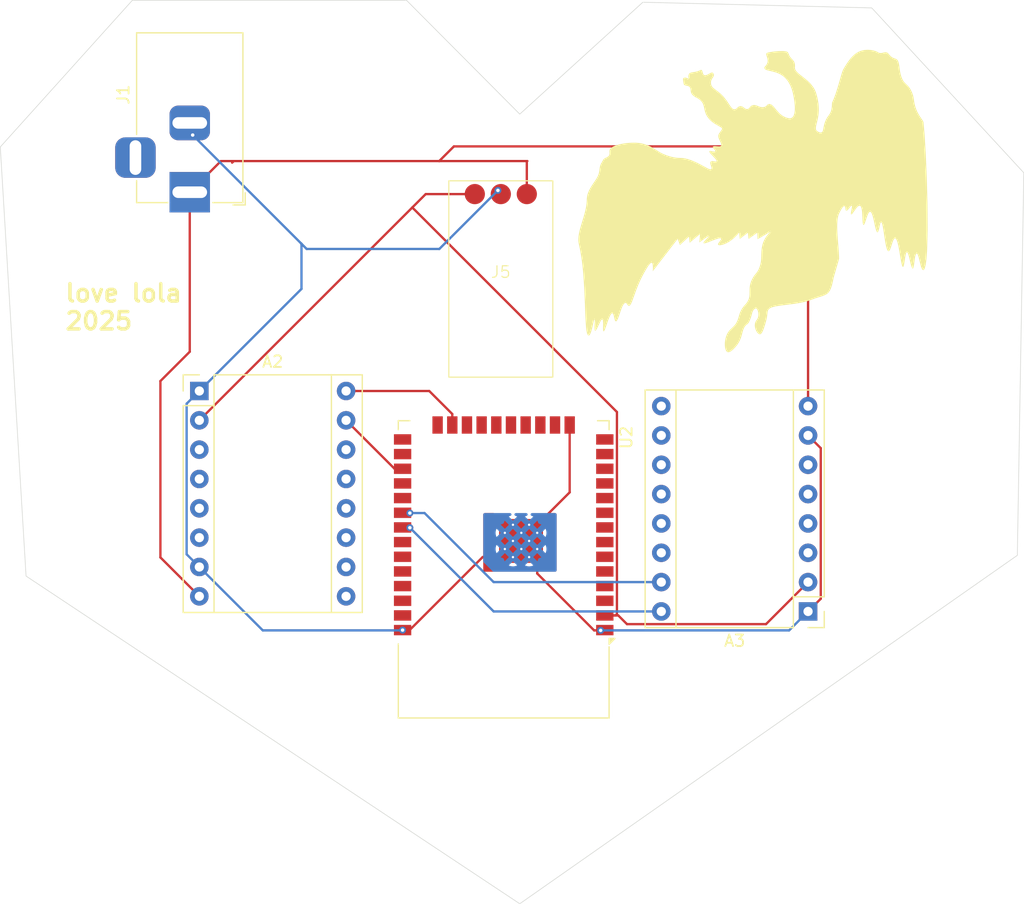
<source format=kicad_pcb>
(kicad_pcb (version 20240108) (generator "pcbnew") (generator_version "8.0")
  (layers (0 "F.Cu" signal) (31 "B.Cu" signal) (34 "B.Paste" user) (35 "F.Paste" user) (36 "B.SilkS" user "B.Silkscreen") (37 "F.SilkS" user "F.Silkscreen") (38 "B.Mask" user) (39 "F.Mask" user) (44 "Edge.Cuts" user))
  (net 0 "")
  (net 3 "Net-(A2-2B)")
  (net 4 "Net-(A2-VMOT)")
  (net 5 "GND")
  (net 8 "Net-(A2-STEP)")
  (net 11 "Net-(A2-VDD)")
  (net 12 "Net-(A2-1B)")
  (net 13 "Net-(A2-2A)")
  (net 14 "Net-(A2-DIR)")
  (net 15 "Net-(A2-1A)")
  (net 17 "Net-(A3-STEP)")
  (net 20 "Net-(A3-DIR)")
  (net 21 "Net-(A3-1B)")
  (net 22 "Net-(A3-1A)")
  (net 25 "Net-(A3-2B)")
  (net 27 "Net-(A3-2A)")
  (footprint "RF_Module:ESP32-WROOM-32D" (layer "F.Cu") (at 127.5 104.755 180)
    (property "Reference" "U2")
    (property "Value" "ESP32-WROOM-32")
  )
  (footprint "Module:Pololu_Breakout-16_15.2x20.3mm" (layer "F.Cu") (at 101.16 92.3)
    (property "Reference" "A2")
    (property "Value" "Pololu_Breakout_A4988")
  )
  (footprint "custom:1~5PCS EGBO DD4012SA 24v-12v" (layer "F.Cu") (at 127.25 82.5)
    (property "Reference" "J5")
    (property "Value" "Conn_01x03")
  )
  (footprint "Connector_BarrelJack:BarrelJack_Horizontal" (layer "F.Cu") (at 100.33 75.088 -90)
    (property "Reference" "J1")
    (property "Value" "Barrel_Jack")
  )
  (footprint "Module:Pololu_Breakout-16_15.2x20.3mm" (layer "F.Cu") (at 153.84 111.39 180)
    (property "Reference" "A3")
    (property "Value" "Pololu_Breakout_A4988")
  )
  (gr_poly (pts (xy 159.125877 62.760127) (xy 159.230335 62.768427) (xy 159.33201 62.781192) (xy 159.430028 62.798096) (xy 159.523511 62.818813) (xy 159.611584 62.843017) (xy 159.693371 62.870382) (xy 159.767996 62.900583) (xy 159.834583 62.933293) (xy 159.892255 62.968188) (xy 159.919414 62.985097) (xy 159.946702 62.999215) (xy 159.974095 63.010721) (xy 160.001572 63.019793) (xy 160.029109 63.026612) (xy 160.056683 63.031355) (xy 160.084272 63.034204) (xy 160.111852 63.035336) (xy 160.1394 63.034931) (xy 160.166894 63.033168) (xy 160.221625 63.026286) (xy 160.275864 63.016125) (xy 160.329425 63.004118) (xy 160.433781 62.980303) (xy 160.48421 62.971362) (xy 160.508906 62.968261) (xy 160.533227 62.966312) (xy 160.557149 62.965694) (xy 160.580649 62.966587) (xy 160.603705 62.969169) (xy 160.626293 62.973619) (xy 160.64839 62.980118) (xy 160.669974 62.988844) (xy 160.691022 62.999977) (xy 160.711511 63.013696) (xy 160.73925 63.035906) (xy 160.765181 63.05949) (xy 160.789751 63.08429) (xy 160.813408 63.11015) (xy 160.907884 63.22105) (xy 160.933706 63.249855) (xy 160.961306 63.278779) (xy 160.991132 63.307665) (xy 161.023633 63.336355) (xy 161.059256 63.364693) (xy 161.078379 63.378681) (xy 161.098451 63.392522) (xy 161.119528 63.406197) (xy 161.141665 63.419685) (xy 161.16492 63.432968) (xy 161.189347 63.446025) (xy 161.211798 63.457268) (xy 161.232723 63.467047) (xy 161.252257 63.47552) (xy 161.27053 63.482839) (xy 161.287675 63.489159) (xy 161.303824 63.494636) (xy 161.31911 63.499424) (xy 161.333664 63.503678) (xy 161.387215 63.518445) (xy 161.400096 63.522348) (xy 161.41304 63.526646) (xy 161.426178 63.531492) (xy 161.439643 63.537042) (xy 161.474334 63.55445) (xy 161.505998 63.574998) (xy 161.534816 63.598584) (xy 161.560966 63.625108) (xy 161.584628 63.65447) (xy 161.605983 63.686569) (xy 161.642489 63.758576) (xy 161.671923 63.840325) (xy 161.695721 63.931014) (xy 161.715323 64.029838) (xy 161.732167 64.135992) (xy 161.763334 64.36708) (xy 161.80073 64.617846) (xy 161.82536 64.7486) (xy 161.855861 64.881861) (xy 161.893673 65.016827) (xy 161.940234 65.152693) (xy 161.964143 65.213142) (xy 161.988379 65.269072) (xy 162.012934 65.3208) (xy 162.0378 65.368646) (xy 162.062969 65.41293) (xy 162.088432 65.453969) (xy 162.114183 65.492082) (xy 162.140212 65.52759) (xy 162.193075 65.592061) (xy 162.246957 65.649934) (xy 162.301794 65.703759) (xy 162.357523 65.756089) (xy 162.414079 65.809474) (xy 162.471398 65.866466) (xy 162.529416 65.929616) (xy 162.588069 66.001475) (xy 162.617614 66.041468) (xy 162.647293 66.084595) (xy 162.6771 66.131175) (xy 162.707025 66.181527) (xy 162.737061 66.23597) (xy 162.7672 66.294822) (xy 162.797433 66.358404) (xy 162.827753 66.427032) (xy 162.867994 66.5268) (xy 162.900829 66.619012) (xy 162.927307 66.704916) (xy 162.948473 66.785758) (xy 162.965374 66.862787) (xy 162.979056 66.937249) (xy 163.000951 67.083464) (xy 163.022527 67.234382) (xy 163.035812 67.314723) (xy 163.052158 67.399981) (xy 163.072609 67.491405) (xy 163.098214 67.590242) (xy 163.130017 67.697739) (xy 163.169067 67.815142) (xy 163.191389 67.876616) (xy 163.21463 67.936484) (xy 163.238687 67.994753) (xy 163.263457 68.051429) (xy 163.288839 68.106521) (xy 163.314727 68.160035) (xy 163.367617 68.262359) (xy 163.421302 68.358459) (xy 163.474961 68.448393) (xy 163.52777 68.532217) (xy 163.578907 68.60999) (xy 163.750272 68.861716) (xy 163.780703 68.910094) (xy 163.804524 68.952766) (xy 163.813699 68.971979) (xy 163.820912 68.989788) (xy 163.826062 69.006199) (xy 163.829045 69.021219) (xy 163.829782 69.021427) (xy 163.928813 70.120369) (xy 164.030048 71.832593) (xy 164.117831 73.92325) (xy 164.176507 76.15749) (xy 164.190421 78.300464) (xy 164.143916 80.117322) (xy 164.093115 80.830067) (xy 164.021338 81.373214) (xy 163.926629 81.717407) (xy 163.870063 81.805723) (xy 163.807031 81.833291) (xy 163.783672 81.827767) (xy 163.761133 81.814426) (xy 163.739366 81.793795) (xy 163.718326 81.766404) (xy 163.697967 81.732779) (xy 163.678243 81.69345) (xy 163.640517 81.599794) (xy 163.604781 81.48966) (xy 163.570668 81.367278) (xy 163.505842 81.102672) (xy 163.443105 80.839792) (xy 163.411603 80.719567) (xy 163.379522 80.612455) (xy 163.346495 80.522683) (xy 163.329512 80.48562) (xy 163.312155 80.454477) (xy 163.294379 80.429783) (xy 163.276136 80.412065) (xy 163.257382 80.401853) (xy 163.238071 80.399674) (xy 163.220337 80.405141) (xy 163.203762 80.417464) (xy 163.188276 80.436185) (xy 163.173806 80.460843) (xy 163.160285 80.49098) (xy 163.14764 80.526136) (xy 163.124703 80.609667) (xy 163.104432 80.707761) (xy 163.086265 80.816743) (xy 163.054 81.052666) (xy 163.02341 81.288033) (xy 163.00734 81.39632) (xy 162.990003 81.493442) (xy 162.970839 81.575723) (xy 162.949284 81.639488) (xy 162.937435 81.663278) (xy 162.924777 81.681061) (xy 162.911242 81.692377) (xy 162.896757 81.696768) (xy 162.880883 81.693473) (xy 162.865105 81.682291) (xy 162.849415 81.663749) (xy 162.833805 81.638371) (xy 162.802792 81.569211) (xy 162.772001 81.479014) (xy 162.741366 81.371983) (xy 162.710824 81.252324) (xy 162.649755 80.991931) (xy 162.588274 80.731463) (xy 162.557217 80.61171) (xy 162.525862 80.50455) (xy 162.494145 80.414185) (xy 162.462 80.34482) (xy 162.445746 80.319326) (xy 162.429362 80.300658) (xy 162.412838 80.289342) (xy 162.396166 80.285903) (xy 162.380847 80.290141) (xy 162.366289 80.301277) (xy 162.352448 80.318852) (xy 162.339277 80.342405) (xy 162.31476 80.405604) (xy 162.292368 80.487191) (xy 162.271732 80.583486) (xy 162.252481 80.690805) (xy 162.216659 80.923787) (xy 162.181943 81.15668) (xy 162.164076 81.263888) (xy 162.145376 81.360026) (xy 162.125473 81.441413) (xy 162.103998 81.504366) (xy 162.092556 81.52778) (xy 162.080581 81.545204) (xy 162.068029 81.556178) (xy 162.054853 81.560243) (xy 162.036056 81.553751) (xy 162.017537 81.533611) (xy 161.999252 81.500728) (xy 161.981157 81.456011) (xy 161.94536 81.334696) (xy 161.909792 81.176919) (xy 161.837929 80.780995) (xy 161.762739 80.326265) (xy 161.681391 79.870757) (xy 161.637525 79.660844) (xy 161.591059 79.472496) (xy 161.541639 79.312968) (xy 161.488912 79.189511) (xy 161.461197 79.143576) (xy 161.432524 79.109379) (xy 161.402846 79.087827) (xy 161.372121 79.079827) (xy 161.351217 79.082465) (xy 161.33085 79.091354) (xy 161.310985 79.106075) (xy 161.29159 79.126211) (xy 161.272631 79.151346) (xy 161.254074 79.181061) (xy 161.218034 79.252566) (xy 161.183202 79.337389) (xy 161.149311 79.432192) (xy 161.083276 79.638388) (xy 161.017787 79.844456) (xy 160.984577 79.939097) (xy 160.9507 80.023694) (xy 160.915888 80.094909) (xy 160.898047 80.124455) (xy 160.879872 80.149405) (xy 160.86133 80.169339) (xy 160.842386 80.183843) (xy 160.823008 80.192498) (xy 160.803161 80.194886) (xy 160.774041 80.186478) (xy 160.746094 80.16446) (xy 160.719262 80.129742) (xy 160.693487 80.083235) (xy 160.644878 79.958497) (xy 160.599803 79.79753) (xy 160.557798 79.607619) (xy 160.518401 79.396049) (xy 160.445577 78.93707) (xy 160.377624 78.47887) (xy 160.310838 78.079726) (xy 160.276724 77.920512) (xy 160.241511 77.797916) (xy 160.223349 77.752626) (xy 160.204738 77.719222) (xy 160.18562 77.698616) (xy 160.165939 77.691716) (xy 160.154455 77.694332) (xy 160.143414 77.701654) (xy 160.132782 77.71337) (xy 160.122525 77.729165) (xy 160.102997 77.771741) (xy 160.084553 77.82688) (xy 160.066918 77.892075) (xy 160.049815 77.964821) (xy 160.016105 78.122947) (xy 159.981214 78.281217) (xy 159.962636 78.354143) (xy 159.942934 78.41959) (xy 159.921834 78.475052) (xy 159.910673 78.498256) (xy 159.899059 78.518025) (xy 159.886957 78.534045) (xy 159.874333 78.546003) (xy 159.861152 78.553586) (xy 159.84738 78.556481) (xy 159.827341 78.552016) (xy 159.807774 78.537767) (xy 159.788633 78.514382) (xy 159.769871 78.48251) (xy 159.7333 78.395906) (xy 159.697689 78.283149) (xy 159.662666 78.149437) (xy 159.627862 77.999964) (xy 159.557423 77.674518) (xy 159.483402 77.348378) (xy 159.444121 77.198037) (xy 159.40283 77.063109) (xy 159.35916 76.94879) (xy 159.336316 76.900983) (xy 159.312739 76.860276) (xy 159.28838 76.827319) (xy 159.263195 76.802762) (xy 159.237136 76.787254) (xy 159.210158 76.781444) (xy 159.188016 76.784195) (xy 159.166197 76.793371) (xy 159.144697 76.808541) (xy 159.123511 76.829275) (xy 159.102635 76.855142) (xy 159.082066 76.88571) (xy 159.041829 76.959227) (xy 159.002767 77.046381) (xy 158.964847 77.143725) (xy 158.892302 77.355193) (xy 158.823928 77.566055) (xy 158.791223 77.662642) (xy 158.759462 77.748737) (xy 158.728613 77.820893) (xy 158.698641 77.875663) (xy 158.683973 77.895451) (xy 158.669513 77.9096) (xy 158.655256 77.917679) (xy 158.641198 77.919258) (xy 158.62604 77.912734) (xy 158.612713 77.897737) (xy 158.601066 77.874823) (xy 158.590951 77.844546) (xy 158.574719 77.764119) (xy 158.562818 77.660891) (xy 158.547231 77.403772) (xy 158.534623 77.108668) (xy 158.515427 76.811059) (xy 158.500369 76.672402) (xy 158.480076 76.546424) (xy 158.453352 76.437559) (xy 158.437205 76.39093) (xy 158.419002 76.350242) (xy 158.398593 76.31605) (xy 158.375829 76.288908) (xy 158.350561 76.269371) (xy 158.322638 76.257993) (xy 158.299531 76.255142) (xy 158.275604 76.257357) (xy 158.250937 76.264301) (xy 158.225609 76.275638) (xy 158.199701 76.29103) (xy 158.173292 76.310142) (xy 158.146462 76.332636) (xy 158.119289 76.358175) (xy 158.064238 76.417042) (xy 158.008774 76.484049) (xy 157.953536 76.556501) (xy 157.899161 76.631703) (xy 157.795545 76.77958) (xy 157.747578 76.846866) (xy 157.703023 76.906123) (xy 157.662514 76.954659) (xy 157.643977 76.974064) (xy 157.626691 76.989778) (xy 157.610734 77.001463) (xy 157.596188 77.008785) (xy 157.583132 77.011404) (xy 157.571645 77.008986) (xy 157.563428 77.002866) (xy 157.557051 76.99335) (xy 157.552393 76.980665) (xy 157.549331 76.96504) (xy 157.547744 76.946701) (xy 157.54751 76.925877) (xy 157.550613 76.877683) (xy 157.557665 76.822279) (xy 157.567692 76.761488) (xy 157.592773 76.631028) (xy 157.618057 76.500876) (xy 157.628339 76.44047) (xy 157.635747 76.385604) (xy 157.639307 76.338103) (xy 157.63934 76.317682) (xy 157.638045 76.299786) (xy 157.635301 76.284641) (xy 157.630986 76.272475) (xy 157.624978 76.263517) (xy 157.617155 76.257993) (xy 157.608741 76.256199) (xy 157.59937 76.257429) (xy 157.589095 76.261478) (xy 157.57797 76.268144) (xy 157.56605 76.277222) (xy 157.553386 76.28851) (xy 157.526047 76.316897) (xy 157.496382 76.351677) (xy 157.46482 76.391222) (xy 157.397723 76.478086) (xy 157.363046 76.522149) (xy 157.32819 76.564459) (xy 157.293583 76.60339) (xy 157.259655 76.63731) (xy 157.24308 76.651883) (xy 157.226835 76.664593) (xy 157.210975 76.675236) (xy 157.195553 76.683608) (xy 157.180623 76.689506) (xy 157.166238 76.692727) (xy 157.152452 76.693066) (xy 157.139318 76.690321) (xy 157.130407 76.686349) (xy 157.122441 76.680907) (xy 157.115356 76.674089) (xy 157.109087 76.66599) (xy 157.10357 76.656705) (xy 157.098741 76.646328) (xy 157.094534 76.634953) (xy 157.090885 76.622677) (xy 157.085003 76.595795) (xy 157.080578 76.56644) (xy 157.074033 76.50334) (xy 157.067116 76.439436) (xy 157.062226 76.409076) (xy 157.055693 76.380788) (xy 157.051648 76.367657) (xy 157.047 76.355329) (xy 157.041682 76.343897) (xy 157.03563 76.333456) (xy 157.02878 76.324101) (xy 157.021067 76.315927) (xy 157.012427 76.309028) (xy 157.002795 76.3035) (xy 156.990783 76.298866) (xy 156.978695 76.296273) (xy 156.966526 76.295659) (xy 156.954273 76.296964) (xy 156.94193 76.300124) (xy 156.929494 76.30508) (xy 156.916959 76.311768) (xy 156.904321 76.320127) (xy 156.878719 76.341614) (xy 156.852651 76.369046) (xy 156.82608 76.40193) (xy 156.798972 76.439774) (xy 156.77129 76.482083) (xy 156.742997 76.528366) (xy 156.684436 76.630878) (xy 156.5584 76.861877) (xy 156.49078 77.012778) (xy 156.439169 77.187791) (xy 156.402017 77.384536) (xy 156.377776 77.600638) (xy 156.364899 77.833718) (xy 156.361836 78.081398) (xy 156.378961 78.61105) (xy 156.416762 79.170572) (xy 156.462853 79.740942) (xy 156.504847 80.303138) (xy 156.530356 80.838141) (xy 156.054318 82.490304) (xy 155.995044 82.788776) (xy 155.935294 83.043702) (xy 155.904738 83.156148) (xy 155.873463 83.259283) (xy 155.841265 83.353634) (xy 155.807946 83.439726) (xy 155.773304 83.518083) (xy 155.737139 83.589233) (xy 155.69925 83.6537) (xy 155.659437 83.712009) (xy 155.617499 83.764687) (xy 155.573236 83.812258) (xy 155.526447 83.855249) (xy 155.47693 83.894184) (xy 155.424487 83.92959) (xy 155.368916 83.961992) (xy 155.310016 83.991914) (xy 155.247587 84.019884) (xy 155.11134 84.072066) (xy 154.95857 84.122741) (xy 154.597042 84.236389) (xy 154.385074 84.307769) (xy 154.150164 84.394459) (xy 153.886792 84.486699) (xy 153.613252 84.565098) (xy 153.332648 84.631437) (xy 153.048083 84.687495) (xy 152.762661 84.735054) (xy 152.479484 84.775894) (xy 151.932281 84.844542) (xy 151.431298 84.907682) (xy 151.205898 84.941639) (xy 151.001363 84.979562) (xy 150.820795 85.02323) (xy 150.6673 85.074425) (xy 150.601673 85.103401) (xy 150.543978 85.134927) (xy 150.494603 85.169225) (xy 150.453935 85.206517) (xy 150.419786 85.247202) (xy 150.393043 85.287872) (xy 150.372546 85.329618) (xy 150.357132 85.37353) (xy 150.34564 85.4207) (xy 150.336909 85.472218) (xy 150.323085 85.592663) (xy 150.306368 85.743593) (xy 150.294022 85.833218) (xy 150.277469 85.933736) (xy 150.255548 86.046239) (xy 150.227097 86.171819) (xy 150.190954 86.311565) (xy 150.14596 86.466569) (xy 150.092255 86.641043) (xy 150.038421 86.808519) (xy 150.011216 86.888093) (xy 149.983693 86.96407) (xy 149.955756 87.035836) (xy 149.927309 87.102773) (xy 149.898256 87.164268) (xy 149.883473 87.192781) (xy 149.868503 87.219703) (xy 149.853334 87.244956) (xy 149.837954 87.268464) (xy 149.822351 87.290149) (xy 149.806513 87.309934) (xy 149.790428 87.327743) (xy 149.774085 87.343499) (xy 149.757471 87.357124) (xy 149.740574 87.368542) (xy 149.723383 87.377676) (xy 149.705885 87.384448) (xy 149.688069 87.388783) (xy 149.669922 87.390602) (xy 149.649509 87.389645) (xy 149.628691 87.385661) (xy 149.607555 87.378768) (xy 149.586188 87.369083) (xy 149.564679 87.356721) (xy 149.543114 87.3418) (xy 149.500169 87.304749) (xy 149.458054 87.258865) (xy 149.417469 87.205082) (xy 149.379115 87.144335) (xy 149.343692 87.07756) (xy 149.311899 87.005691) (xy 149.284439 86.929663) (xy 149.262011 86.850412) (xy 149.245316 86.768872) (xy 149.235054 86.685978) (xy 149.231925 86.602665) (xy 149.233255 86.561144) (xy 149.23663 86.519869) (xy 149.24214 86.478957) (xy 149.24987 86.438524) (xy 149.25575 86.414034) (xy 149.262249 86.390786) (xy 149.269324 86.368691) (xy 149.276931 86.347658) (xy 149.285026 86.327596) (xy 149.293567 86.308414) (xy 149.311812 86.272332) (xy 149.331318 86.238688) (xy 149.351739 86.206758) (xy 149.393935 86.145143) (xy 149.415017 86.11401) (xy 149.435626 86.081697) (xy 149.455414 86.047478) (xy 149.474035 86.01063) (xy 149.482799 85.990993) (xy 149.491141 85.970429) (xy 149.499018 85.948845) (xy 149.506386 85.926151) (xy 149.513202 85.902257) (xy 149.519423 85.877072) (xy 149.525004 85.850507) (xy 149.529904 85.822469) (xy 149.533917 85.794113) (xy 149.537062 85.765544) (xy 149.539358 85.736831) (xy 149.540829 85.708044) (xy 149.541496 85.67925) (xy 149.541379 85.650519) (xy 149.5405 85.621919) (xy 149.538882 85.593519) (xy 149.533511 85.537593) (xy 149.525438 85.48329) (xy 149.514834 85.43116) (xy 149.501872 85.381753) (xy 149.49456 85.358242) (xy 149.486723 85.335617) (xy 149.478383 85.313948) (xy 149.46956 85.293303) (xy 149.460277 85.27375) (xy 149.450554 85.255359) (xy 149.440414 85.238198) (xy 149.429877 85.222335) (xy 149.418966 85.20784) (xy 149.407702 85.194781) (xy 149.396105 85.183226) (xy 149.384199 85.173245) (xy 149.372004 85.164906) (xy 149.359541 85.158278) (xy 149.346833 85.153429) (xy 149.333901 85.150428) (xy 149.322494 85.149347) (xy 149.310819 85.149625) (xy 149.298908 85.151219) (xy 149.286794 85.154083) (xy 149.274509 85.158174) (xy 149.262086 85.163448) (xy 149.249558 85.16986) (xy 149.236958 85.177366) (xy 149.211671 85.195482) (xy 149.186487 85.217442) (xy 149.161667 85.242891) (xy 149.137474 85.271475) (xy 149.114169 85.30284) (xy 149.092014 85.336631) (xy 149.07127 85.372493) (xy 149.052199 85.410073) (xy 149.035063 85.449017) (xy 149.020123 85.488968) (xy 149.007642 85.529574) (xy 148.99788 85.57048) (xy 148.987234 85.618781) (xy 148.973492 85.674051) (xy 148.93779 85.8006) (xy 148.892915 85.940342) (xy 148.867707 86.012103) (xy 148.841009 86.083494) (xy 148.813087 86.15329) (xy 148.78421 86.220271) (xy 148.754646 86.283211) (xy 148.724661 86.340888) (xy 148.694524 86.39208) (xy 148.664502 86.435563) (xy 148.649618 86.454032) (xy 148.634863 86.470114) (xy 148.62027 86.483658) (xy 148.605873 86.49451) (xy 148.554053 86.531261) (xy 148.506869 86.569641) (xy 148.464005 86.609623) (xy 148.425145 86.651178) (xy 148.389974 86.694281) (xy 148.358176 86.738903) (xy 148.329436 86.785016) (xy 148.303439 86.832595) (xy 148.258409 86.932036) (xy 148.220562 87.037008) (xy 148.187374 87.14729) (xy 148.156321 87.262664) (xy 148.090522 87.507812) (xy 148.050728 87.637148) (xy 148.002972 87.770699) (xy 147.94473 87.908247) (xy 147.873477 88.049572) (xy 147.832183 88.121583) (xy 147.78669 88.194456) (xy 147.736682 88.268164) (xy 147.681844 88.342679) (xy 147.639615 88.396413) (xy 147.566003 88.48495) (xy 147.519685 88.537714) (xy 147.468231 88.593713) (xy 147.412542 88.651123) (xy 147.353522 88.708123) (xy 147.292074 88.762891) (xy 147.2291 88.813604) (xy 147.165504 88.85844) (xy 147.133755 88.878084) (xy 147.102188 88.895577) (xy 147.070917 88.910689) (xy 147.040055 88.923192) (xy 147.009715 88.93286) (xy 146.980008 88.939465) (xy 146.951049 88.942777) (xy 146.92295 88.942571) (xy 146.895825 88.938618) (xy 146.869784 88.93069) (xy 146.84599 88.919243) (xy 146.823355 88.904113) (xy 146.801901 88.885448) (xy 146.781649 88.863397) (xy 146.762619 88.838108) (xy 146.744831 88.80973) (xy 146.713065 88.744302) (xy 146.686515 88.668301) (xy 146.665347 88.582917) (xy 146.649723 88.489339) (xy 146.639809 88.388756) (xy 146.635768 88.282358) (xy 146.637766 88.171334) (xy 146.645966 88.056873) (xy 146.660532 87.940164) (xy 146.68163 87.822396) (xy 146.709424 87.704759) (xy 146.744077 87.588443) (xy 146.785754 87.474635) (xy 146.811546 87.413975) (xy 146.838278 87.357278) (xy 146.865888 87.304263) (xy 146.894313 87.254649) (xy 146.92349 87.208154) (xy 146.953355 87.164495) (xy 146.983847 87.123392) (xy 147.014902 87.084563) (xy 147.078451 87.012599) (xy 147.143499 86.946351) (xy 147.276079 86.821987) (xy 147.342606 86.759366) (xy 147.408619 86.693447) (xy 147.473617 86.621977) (xy 147.505578 86.583456) (xy 147.537097 86.542703) (xy 147.56811 86.499436) (xy 147.598555 86.453373) (xy 147.628368 86.404232) (xy 147.657488 86.351732) (xy 147.685851 86.295591) (xy 147.713394 86.235527) (xy 147.740055 86.17126) (xy 147.76577 86.102506) (xy 147.783559 86.050374) (xy 147.799617 85.999725) (xy 147.828193 85.901559) (xy 147.882728 85.708569) (xy 147.898223 85.659102) (xy 147.915289 85.608491) (xy 147.934336 85.556407) (xy 147.955778 85.502522) (xy 147.980027 85.446508) (xy 148.007497 85.388035) (xy 148.038598 85.326777) (xy 148.073744 85.262404) (xy 148.106009 85.206937) (xy 148.137331 85.15622) (xy 148.167791 85.109771) (xy 148.19747 85.067106) (xy 148.226446 85.027742) (xy 148.254801 84.991195) (xy 148.282613 84.956983) (xy 148.309964 84.924622) (xy 148.416346 84.804026) (xy 148.442586 84.773672) (xy 148.468845 84.742271) (xy 148.495202 84.709338) (xy 148.521736 84.674391) (xy 148.564326 84.613617) (xy 148.601949 84.553716) (xy 148.634913 84.494602) (xy 148.663525 84.436191) (xy 148.68809 84.378399) (xy 148.708915 84.321139) (xy 148.726307 84.264329) (xy 148.740573 84.207883) (xy 148.760949 84.095745) (xy 148.772496 83.984047) (xy 148.777666 83.872113) (xy 148.77891 83.759265) (xy 148.779431 83.528117) (xy 148.783611 83.408464) (xy 148.793674 83.285187) (xy 148.812071 83.157609) (xy 148.825161 83.091996) (xy 148.841254 83.025054) (xy 148.860657 82.956698) (xy 148.883676 82.886843) (xy 148.910617 82.815405) (xy 148.941788 82.7423) (xy 148.998774 82.621722) (xy 149.052544 82.518482) (xy 149.103409 82.430208) (xy 149.151681 82.354531) (xy 149.19767 82.28908) (xy 149.241687 82.231486) (xy 149.325051 82.130384) (xy 149.36502 82.082137) (xy 149.404263 82.032264) (xy 149.44309 81.978396) (xy 149.481812 81.918163) (xy 149.52074 81.849195) (xy 149.560186 81.76912) (xy 149.600461 81.67557) (xy 149.641876 81.566173) (xy 149.682879 81.441555) (xy 149.715144 81.323613) (xy 149.739771 81.211226) (xy 149.757861 81.103275) (xy 149.770516 80.998639) (xy 149.778837 80.896198) (xy 149.786881 80.693419) (xy 149.790803 80.485977) (xy 149.799411 80.26491) (xy 149.808226 80.146466) (xy 149.821516 80.021255) (xy 149.840382 79.888158) (xy 149.865926 79.746052) (xy 149.881494 79.675144) (xy 149.899514 79.605857) (xy 149.919793 79.538232) (xy 149.942138 79.472312) (xy 149.966356 79.408136) (xy 149.992253 79.345748) (xy 150.019636 79.285187) (xy 150.048311 79.226495) (xy 150.078087 79.169714) (xy 150.108769 79.114884) (xy 150.140163 79.062047) (xy 150.172078 79.011245) (xy 150.20432 78.962518) (xy 150.236695 78.915908) (xy 150.301073 78.829205) (xy 150.363666 78.751464) (xy 150.422929 78.683017) (xy 150.477315 78.624194) (xy 150.52528 78.575325) (xy 150.595759 78.508771) (xy 150.622 78.486) (xy 149.47392 79.158042) (xy 149.445873 78.597971) (xy 148.689799 79.129995) (xy 148.633814 78.597971) (xy 147.933726 79.129995) (xy 147.87774 78.569925) (xy 147.814486 78.651662) (xy 147.737482 78.742871) (xy 147.632061 78.857898) (xy 147.569123 78.922059) (xy 147.499597 78.989434) (xy 147.423654 79.05911) (xy 147.341467 79.130174) (xy 147.253206 79.201711) (xy 147.159045 79.272808) (xy 147.059155 79.342553) (xy 146.953708 79.410031) (xy 146.882346 79.451642) (xy 146.809948 79.490153) (xy 146.737174 79.525438) (xy 146.664687 79.557374) (xy 146.593145 79.585836) (xy 146.523211 79.6107) (xy 146.455545 79.631841) (xy 146.390807 79.649135) (xy 146.329658 79.662458) (xy 146.272759 79.671685) (xy 146.220771 79.676692) (xy 146.196825 79.677575) (xy 146.174354 79.677356) (xy 146.153442 79.676019) (xy 146.13417 79.67355) (xy 146.116621 79.669933) (xy 146.100878 79.665152) (xy 146.087024 79.659192) (xy 146.07514 79.652037) (xy 146.06531 79.643671) (xy 146.057616 79.63408) (xy 146.051876 79.622542) (xy 146.048729 79.609945) (xy 146.048003 79.596362) (xy 146.049527 79.581866) (xy 146.05313 79.56653) (xy 146.05864 79.550428) (xy 146.065886 79.533631) (xy 146.074696 79.516214) (xy 146.096323 79.47981) (xy 146.122149 79.441801) (xy 146.150803 79.402771) (xy 146.180913 79.363305) (xy 146.240015 79.285404) (xy 146.266262 79.248139) (xy 146.288479 79.212777) (xy 146.297648 79.195992) (xy 146.305294 79.179903) (xy 146.311247 79.164581) (xy 146.315335 79.150101) (xy 146.317386 79.136536) (xy 146.317229 79.123957) (xy 146.314693 79.11244) (xy 146.309606 79.102056) (xy 146.295164 79.087793) (xy 146.274217 79.078467) (xy 146.247204 79.073753) (xy 146.214563 79.07333) (xy 146.176733 79.076874) (xy 146.134153 79.084065) (xy 146.036499 79.108091) (xy 145.925111 79.14283) (xy 145.8035 79.185701) (xy 145.543652 79.285518) (xy 145.285038 79.386902) (xy 145.164971 79.431733) (xy 145.055745 79.469215) (xy 144.96087 79.496769) (xy 144.883857 79.511815) (xy 144.853146 79.513841) (xy 144.828217 79.511773) (xy 144.809509 79.505287) (xy 144.79746 79.494062) (xy 144.793317 79.483669) (xy 144.792509 79.471375) (xy 144.794821 79.457317) (xy 144.800037 79.441635) (xy 144.807938 79.424468) (xy 144.818309 79.405954) (xy 144.830934 79.386231) (xy 144.845596 79.365439) (xy 144.880163 79.321201) (xy 144.920278 79.274348) (xy 144.964209 79.22599) (xy 145.010224 79.177236) (xy 145.180469 79.000443) (xy 145.210914 78.966347) (xy 145.233048 78.938511) (xy 145.240457 78.927286) (xy 145.245138 78.918043) (xy 145.246875 78.910918) (xy 145.245452 78.906052) (xy 145.23978 78.903565) (xy 145.230071 78.90451) (xy 145.216602 78.908667) (xy 145.19965 78.915816) (xy 145.156402 78.938212) (xy 145.102539 78.969938) (xy 144.971815 79.054343) (xy 144.825175 79.154959) (xy 144.680315 79.257713) (xy 144.554934 79.348533) (xy 144.433393 79.438076) (xy 144.489379 78.710049) (xy 143.593288 79.466121) (xy 143.537302 78.934097) (xy 142.753289 79.662124) (xy 142.557286 79.1301) (xy 140.401143 81.930344) (xy 140.407778 81.823525) (xy 140.411613 81.712995) (xy 140.411833 81.584825) (xy 140.409657 81.518914) (xy 140.405464 81.454342) (xy 140.39888 81.393024) (xy 140.389535 81.336876) (xy 140.377057 81.287816) (xy 140.369527 81.266542) (xy 140.361075 81.247758) (xy 140.351654 81.231704) (xy 140.341217 81.218619) (xy 140.329718 81.208743) (xy 140.317112 81.202316) (xy 140.301163 81.199136) (xy 140.28406 81.200207) (xy 140.265895 81.205283) (xy 140.246763 81.214117) (xy 140.226759 81.226463) (xy 140.205976 81.242073) (xy 140.162453 81.282104) (xy 140.116946 81.332236) (xy 140.070209 81.390497) (xy 140.022997 81.454916) (xy 139.976063 81.523519) (xy 139.886045 81.665391) (xy 139.806184 81.800336) (xy 139.701056 81.986328) (xy 139.618327 82.133293) (xy 139.539832 82.278903) (xy 139.394879 82.565181) (xy 139.264866 82.843404) (xy 139.148464 83.111811) (xy 139.044341 83.368642) (xy 138.951167 83.612139) (xy 138.792345 84.052091) (xy 138.661353 84.417588) (xy 138.602968 84.568018) (xy 138.547549 84.694555) (xy 138.520536 84.748315) (xy 138.493766 84.795441) (xy 138.467072 84.835714) (xy 138.440288 84.868915) (xy 138.413248 84.894823) (xy 138.385785 84.913218) (xy 138.357734 84.923881) (xy 138.328927 84.926591) (xy 138.317496 84.925376) (xy 138.306651 84.922861) (xy 138.29635 84.919132) (xy 138.286552 84.914278) (xy 138.277216 84.908385) (xy 138.2683 84.90154) (xy 138.259764 84.89383) (xy 138.251566 84.885342) (xy 138.243665 84.876163) (xy 138.236019 84.866381) (xy 138.221328 84.845353) (xy 138.207164 84.822954) (xy 138.193196 84.799882) (xy 138.179094 84.776831) (xy 138.164528 84.7545) (xy 138.149167 84.733583) (xy 138.141086 84.723873) (xy 138.132682 84.714778) (xy 138.123915 84.706385) (xy 138.114742 84.698781) (xy 138.105124 84.692053) (xy 138.095017 84.686288) (xy 138.084382 84.681574) (xy 138.073177 84.677996) (xy 138.061361 84.675643) (xy 138.048892 84.674601) (xy 138.015919 84.678376) (xy 137.983584 84.691146) (xy 137.951865 84.712307) (xy 137.920742 84.74126) (xy 137.890196 84.7774) (xy 137.860204 84.820127) (xy 137.801808 84.922931) (xy 137.745389 85.044857) (xy 137.690785 85.181088) (xy 137.586374 85.477203) (xy 137.48727 85.772746) (xy 137.439302 85.908264) (xy 137.392173 86.029192) (xy 137.345719 86.130712) (xy 137.322695 86.17269) (xy 137.299779 86.208011) (xy 137.276951 86.236071) (xy 137.254189 86.25627) (xy 137.231475 86.268005) (xy 137.208787 86.270675) (xy 137.19483 86.267492) (xy 137.181754 86.26072) (xy 137.169498 86.250598) (xy 137.158001 86.237364) (xy 137.147205 86.221256) (xy 137.137048 86.202512) (xy 137.118414 86.158072) (xy 137.101618 86.105948) (xy 137.086181 86.048047) (xy 137.057459 85.922536) (xy 137.028404 85.796788) (xy 137.012551 85.738589) (xy 136.995174 85.686048) (xy 136.975792 85.641072) (xy 136.965199 85.622016) (xy 136.953924 85.605566) (xy 136.941909 85.591959) (xy 136.929091 85.581435) (xy 136.915412 85.574232) (xy 136.900812 85.570587) (xy 136.876669 85.572518) (xy 136.851965 85.583544) (xy 136.826759 85.603058) (xy 136.801111 85.630454) (xy 136.77508 85.665128) (xy 136.748725 85.706472) (xy 136.695284 85.806753) (xy 136.641261 85.92645) (xy 136.587134 86.060718) (xy 136.480468 86.353582) (xy 136.379091 86.646581) (xy 136.286806 86.900947) (xy 136.245263 87.001529) (xy 136.207421 87.077915) (xy 136.190036 87.105521) (xy 136.173754 87.125261) (xy 136.158635 87.136529) (xy 136.144738 87.138719) (xy 136.13523 87.13399) (xy 136.127099 87.123983) (xy 136.120246 87.109049) (xy 136.114572 87.089537) (xy 136.106366 87.038174) (xy 136.101689 86.97269) (xy 136.09975 86.895878) (xy 136.099757 86.810535) (xy 136.102445 86.625428) (xy 136.103421 86.439726) (xy 136.101289 86.353638) (xy 136.096354 86.275785) (xy 136.087826 86.208961) (xy 136.081968 86.180558) (xy 136.074913 86.155961) (xy 136.066565 86.135518) (xy 136.056824 86.119579) (xy 136.045591 86.108494) (xy 136.032767 86.102611) (xy 136.017904 86.102382) (xy 136.002114 86.108119) (xy 135.985459 86.119423) (xy 135.968005 86.135897) (xy 135.949817 86.157144) (xy 135.930958 86.182765) (xy 135.891488 86.245545) (xy 135.85011 86.321056) (xy 135.807342 86.40612) (xy 135.719698 86.592185) (xy 135.632685 86.778305) (xy 135.590704 86.863436) (xy 135.55043 86.939043) (xy 135.512377 87.001945) (xy 135.477062 87.048963) (xy 135.460593 87.065523) (xy 135.445001 87.076918) (xy 135.430353 87.082754) (xy 135.416711 87.082631) (xy 135.405355 87.077047) (xy 135.395533 87.066511) (xy 135.387156 87.051356) (xy 135.38013 87.031917) (xy 135.369768 86.981518) (xy 135.363717 86.917983) (xy 135.361242 86.843982) (xy 135.361613 86.762184) (xy 135.367961 86.585874) (xy 135.376905 86.410408) (xy 135.382585 86.257139) (xy 135.382371 86.195502) (xy 135.379144 86.147422) (xy 135.376172 86.1293) (xy 135.372173 86.115569) (xy 135.367054 86.106561) (xy 135.360725 86.102611) (xy 135.352008 86.105083) (xy 135.342879 86.115369) (xy 135.323369 86.157323) (xy 135.302162 86.224353) (xy 135.279224 86.312339) (xy 135.169484 86.791416) (xy 135.10335 87.049543) (xy 135.067348 87.168831) (xy 135.029344 87.276108) (xy 134.989306 87.367252) (xy 134.968513 87.405487) (xy 134.947198 87.438143) (xy 134.925358 87.464706) (xy 134.902988 87.48466) (xy 134.880084 87.49749) (xy 134.856641 87.502682) (xy 134.812471 87.491026) (xy 134.773192 87.452137) (xy 134.707806 87.297462) (xy 134.657471 87.048264) (xy 134.619176 86.714149) (xy 134.566659 85.829594) (xy 134.526163 84.720653) (xy 134.473598 83.464179) (xy 134.384871 82.137025) (xy 134.319418 81.470959) (xy 134.235891 80.816044) (xy 134.131277 80.181886) (xy 134.002566 79.578092) (xy 133.98227 79.479128) (xy 133.968512 79.377914) (xy 133.960909 79.274542) (xy 133.959074 79.1691) (xy 133.971174 78.952368) (xy 134.001736 78.728439) (xy 134.047683 78.498032) (xy 134.105938 78.261868) (xy 134.247068 77.775142) (xy 134.40051 77.27402) (xy 134.474156 77.019859) (xy 134.541651 76.764259) (xy 134.599918 76.507937) (xy 134.645879 76.251615) (xy 134.676457 75.996011) (xy 134.688578 75.741846) (xy 134.691514 75.652427) (xy 134.698915 75.564695) (xy 134.710689 75.478394) (xy 134.726746 75.393267) (xy 134.746995 75.309056) (xy 134.771347 75.225505) (xy 134.79971 75.142356) (xy 134.831995 75.059353) (xy 134.868111 74.976238) (xy 134.907968 74.892755) (xy 134.951475 74.808645) (xy 134.998542 74.723653) (xy 135.049079 74.637521) (xy 135.102994 74.549993) (xy 135.220602 74.369717) (xy 135.432682 74.056169) (xy 135.478153 73.986514) (xy 135.520613 73.91889) (xy 135.560068 73.852567) (xy 135.596522 73.786813) (xy 135.629979 73.720898) (xy 135.660445 73.654091) (xy 135.687923 73.585661) (xy 135.712419 73.514878) (xy 135.733937 73.44101) (xy 135.752483 73.363327) (xy 135.768059 73.281097) (xy 135.780672 73.193591) (xy 135.794242 73.084318) (xy 135.80716 72.990046) (xy 135.813964 72.947319) (xy 135.821313 72.906883) (xy 135.829443 72.868252) (xy 135.838589 72.83094) (xy 135.848988 72.79446) (xy 135.860876 72.758326) (xy 135.874488 72.722051) (xy 135.890061 72.68515) (xy 135.90783 72.647135) (xy 135.928031 72.607521) (xy 135.950901 72.565821) (xy 135.976675 72.52155) (xy 135.997326 72.486139) (xy 136.016379 72.452073) (xy 136.050901 72.388073) (xy 136.082659 72.329735) (xy 136.098258 72.302748) (xy 136.114073 72.277247) (xy 136.130407 72.253255) (xy 136.138862 72.241833) (xy 136.147561 72.230797) (xy 136.15654 72.220149) (xy 136.165838 72.209894) (xy 136.175492 72.200034) (xy 136.185541 72.190571) (xy 136.196021 72.181509) (xy 136.206971 72.172851) (xy 136.218428 72.1646) (xy 136.230431 72.156758) (xy 136.243017 72.149328) (xy 136.256223 72.142314) (xy 136.270089 72.135718) (xy 136.28465 72.129543) (xy 136.349706 72.101901) (xy 136.406928 72.074156) (xy 136.456804 72.046306) (xy 136.499821 72.018347) (xy 136.536468 71.990276) (xy 136.567233 71.962089) (xy 136.592603 71.933784) (xy 136.613066 71.905355) (xy 136.62911 71.876801) (xy 136.641224 71.848118) (xy 136.649894 71.819301) (xy 136.65561 71.790349) (xy 136.658858 71.761257) (xy 136.660127 71.732022) (xy 136.658678 71.67311) (xy 136.655167 71.613586) (xy 136.653497 71.553421) (xy 136.654572 71.52309) (xy 136.65757 71.492589) (xy 136.662981 71.461915) (xy 136.671291 71.431063) (xy 136.682988 71.400031) (xy 136.698561 71.368815) (xy 136.718498 71.337411) (xy 136.743285 71.305817) (xy 136.773412 71.274029) (xy 136.809366 71.242044) (xy 136.851635 71.209857) (xy 136.900706 71.177466) (xy 137.010929 71.117272) (xy 137.137959 71.061634) (xy 137.279643 71.010746) (xy 137.433833 70.964801) (xy 137.598378 70.923994) (xy 137.771129 70.888517) (xy 137.949935 70.858564) (xy 138.132645 70.834328) (xy 138.317111 70.816004) (xy 138.501182 70.803784) (xy 138.682707 70.797862) (xy 138.859537 70.798431) (xy 139.029521 70.805685) (xy 139.19051 70.819818) (xy 139.340353 70.841022) (xy 139.476901 70.869492) (xy 139.582165 70.897077) (xy 139.68142 70.925793) (xy 139.775079 70.955576) (xy 139.863555 70.986359) (xy 140.02661 71.050668) (xy 140.173887 71.118197) (xy 140.308691 71.188423) (xy 140.434325 71.260824) (xy 140.671296 71.410062) (xy 140.911229 71.561731) (xy 141.040564 71.637171) (xy 141.180551 71.711651) (xy 141.334492 71.784649) (xy 141.505691 71.855642) (xy 141.697452 71.924109) (xy 141.802075 71.957231) (xy 141.913078 71.989526) (xy 142.065015 72.029223) (xy 142.199593 72.059296) (xy 142.319192 72.081172) (xy 142.426191 72.096281) (xy 142.522967 72.106049) (xy 142.6119 72.111906) (xy 142.775752 72.117598) (xy 142.855428 72.12029) (xy 142.936776 72.124783) (xy 143.022174 72.132506) (xy 143.114002 72.144888) (xy 143.214638 72.163356) (xy 143.326461 72.189338) (xy 143.451849 72.224264) (xy 143.593182 72.269561) (xy 143.687573 72.302706) (xy 143.780135 72.337298) (xy 143.959579 72.410049) (xy 144.131132 72.486254) (xy 144.294411 72.564353) (xy 144.449035 72.642787) (xy 144.594621 72.719997) (xy 144.85715 72.864503) (xy 145.07894 72.985395) (xy 145.173602 73.033087) (xy 145.256932 73.070196) (xy 145.294228 73.084295) (xy 145.328548 73.095164) (xy 145.359844 73.102607) (xy 145.388068 73.10643) (xy 145.413173 73.106438) (xy 145.43511 73.102435) (xy 145.453831 73.094228) (xy 145.46929 73.08162) (xy 145.47798 73.07023) (xy 145.484429 73.057355) (xy 145.488794 73.043087) (xy 145.491232 73.027517) (xy 145.491899 73.010739) (xy 145.490953 72.992844) (xy 145.488549 72.973925) (xy 145.484846 72.954073) (xy 145.474164 72.911941) (xy 145.460161 72.867187) (xy 145.427207 72.772759) (xy 145.410764 72.724561) (xy 145.396015 72.676689) (xy 145.384214 72.629882) (xy 145.37981 72.607108) (xy 145.376614 72.584877) (xy 145.374781 72.56328) (xy 145.374469 72.542411) (xy 145.375835 72.522361) (xy 145.379034 72.503222) (xy 145.384223 72.485087) (xy 145.391561 72.468047) (xy 145.401202 72.452196) (xy 145.413304 72.437624) (xy 145.425502 72.426464) (xy 145.438801 72.417042) (xy 145.453114 72.40925) (xy 145.468353 72.402982) (xy 145.484432 72.398129) (xy 145.501263 72.394584) (xy 145.51876 72.39224) (xy 145.536834 72.39099) (xy 145.555399 72.390725) (xy 145.574368 72.391339) (xy 145.613168 72.394771) (xy 145.652537 72.400428) (xy 145.691777 72.407448) (xy 145.767082 72.422145) (xy 145.801752 72.428101) (xy 145.833505 72.431984) (xy 145.848069 72.432878) (xy 145.861642 72.432932) (xy 145.874137 72.432037) (xy 145.885466 72.430087) (xy 145.895543 72.426973) (xy 145.904281 72.422589) (xy 145.911592 72.416826) (xy 145.917388 72.409578) (xy 145.922991 72.395275) (xy 145.923801 72.378452) (xy 145.920137 72.359279) (xy 145.912317 72.337926) (xy 145.900661 72.314561) (xy 145.885488 72.289354) (xy 145.845865 72.23409) (xy 145.796 72.173486) (xy 145.738445 72.108897) (xy 145.610472 71.973174) (xy 145.48236 71.837749) (xy 145.424631 71.773532) (xy 145.374523 71.713449) (xy 145.334587 71.658855) (xy 145.319231 71.634038) (xy 145.307376 71.611102) (xy 145.299339 71.590213) (xy 145.29544 71.571543) (xy 145.295998 71.55526) (xy 145.301332 71.541533) (xy 145.307496 71.5341) (xy 145.315525 71.528146) (xy 145.325296 71.523569) (xy 145.336683 71.520272) (xy 145.349562 71.518153) (xy 145.363807 71.517113) (xy 145.395901 71.517869) (xy 145.431966 71.521743) (xy 145.471004 71.527934) (xy 145.554009 71.544073) (xy 145.636936 71.559895) (xy 145.675875 71.565689) (xy 145.711801 71.569007) (xy 145.728322 71.569487) (xy 145.743715 71.569049) (xy 145.757857 71.567592) (xy 145.770622 71.565017) (xy 145.781885 71.561223) (xy 145.791521 71.556111) (xy 145.799407 71.549581) (xy 145.805417 71.541533) (xy 145.808973 71.533229) (xy 145.810658 71.524296) (xy 145.810595 71.51477) (xy 145.80891 71.504691) (xy 145.805727 71.494095) (xy 145.801171 71.483019) (xy 145.795367 71.471502) (xy 145.788439 71.45958) (xy 145.771711 71.434673) (xy 145.751985 71.408598) (xy 145.707534 71.354142) (xy 145.684803 71.326361) (xy 145.663067 71.29861) (xy 145.643323 71.271189) (xy 145.63451 71.257696) (xy 145.62657 71.244398) (xy 145.619626 71.231333) (xy 145.613804 71.218537) (xy 145.609228 71.206049) (xy 145.606024 71.193905) (xy 145.604315 71.182143) (xy 145.604228 71.170802) (xy 145.605885 71.159917) (xy 145.609413 71.149527) (xy 145.616601 71.137459) (xy 145.626423 71.127302) (xy 145.63871 71.118926) (xy 145.653295 71.112201) (xy 145.670007 71.106997) (xy 145.68868 71.103183) (xy 145.731229 71.099205) (xy 145.779593 71.099226) (xy 145.832423 71.102205) (xy 145.946082 71.112869) (xy 146.061414 71.122863) (xy 146.116333 71.125005) (xy 146.167623 71.123854) (xy 146.191485 71.121719) (xy 146.213934 71.118369) (xy 146.234801 71.113676) (xy 146.253917 71.107509) (xy 146.271114 71.099738) (xy 146.286222 71.090232) (xy 146.299075 71.078861) (xy 146.309501 71.065495) (xy 146.320318 71.044974) (xy 146.327664 71.023178) (xy 146.331774 71.000171) (xy 146.332883 70.976014) (xy 146.331226 70.950769) (xy 146.327038 70.9245) (xy 146.320555 70.897267) (xy 146.31201 70.869133) (xy 146.289677 70.810413) (xy 146.261919 70.748836) (xy 146.197649 70.619104) (xy 146.164896 70.551944) (xy 146.134237 70.48392) (xy 146.107552 70.415528) (xy 146.096287 70.38135) (xy 146.086721 70.347266) (xy 146.079088 70.31334) (xy 146.073623 70.279633) (xy 146.070562 70.246207) (xy 146.070139 70.213125) (xy 146.072589 70.180449) (xy 146.078147 70.148241) (xy 146.087049 70.116564) (xy 146.099528 70.085479) (xy 146.109674 70.064359) (xy 146.120014 70.04405) (xy 146.141171 70.005707) (xy 146.162795 69.970122) (xy 146.184683 69.936967) (xy 146.206629 69.905915) (xy 146.22843 69.876638) (xy 146.27078 69.8221) (xy 146.310098 69.770732) (xy 146.328111 69.745417) (xy 146.344752 69.719913) (xy 146.35982 69.69389) (xy 146.366699 69.680583) (xy 146.373109 69.667023) (xy 146.379022 69.65317) (xy 146.384414 69.638982) (xy 146.38926 69.62442) (xy 146.393533 69.609441) (xy 146.395951 69.592066) (xy 146.394134 69.574981) (xy 146.388259 69.558088) (xy 146.378503 69.541289) (xy 146.365041 69.524487) (xy 146.34805 69.507585) (xy 146.304186 69.473088) (xy 146.248324 69.437018) (xy 146.181873 69.398596) (xy 146.022852 69.311573) (xy 145.83841 69.205778) (xy 145.740185 69.14389) (xy 145.639838 69.07497) (xy 145.53878 68.998235) (xy 145.438423 68.912907) (xy 145.340177 68.818206) (xy 145.292287 68.767096) (xy 145.245453 68.71335) (xy 145.19495 68.650491) (xy 145.149457 68.588453) (xy 145.108638 68.527226) (xy 145.072155 68.466801) (xy 145.039671 68.407169) (xy 145.010848 68.348322) (xy 144.985349 68.290251) (xy 144.962837 68.232946) (xy 144.942973 68.176399) (xy 144.925421 68.120601) (xy 144.895902 68.011216) (xy 144.849755 67.80104) (xy 144.827728 67.700107) (xy 144.8028 67.601848) (xy 144.77227 67.506192) (xy 144.754061 67.459319) (xy 144.73344 67.413069) (xy 144.710068 67.367434) (xy 144.683609 67.322406) (xy 144.653725 67.277975) (xy 144.620078 67.234132) (xy 144.582332 67.190869) (xy 144.540149 67.148176) (xy 144.49319 67.106045) (xy 144.44112 67.064467) (xy 144.387216 67.025849) (xy 144.332536 66.990146) (xy 144.277484 66.95674) (xy 144.222468 66.925014) (xy 144.114166 66.86412) (xy 144.061693 66.833717) (xy 144.01088 66.802516) (xy 143.962134 66.769901) (xy 143.915859 66.735252) (xy 143.893776 66.716972) (xy 143.872464 66.69795) (xy 143.851972 66.678112) (xy 143.832353 66.657378) (xy 143.813656 66.635671) (xy 143.795933 66.612915) (xy 143.779234 66.589031) (xy 143.76361 66.563943) (xy 143.749112 66.537573) (xy 143.73579 66.509844) (xy 143.723696 66.480678) (xy 143.71288 66.449999) (xy 143.707443 66.432285) (xy 143.702683 66.414969) (xy 143.694973 66.381463) (xy 143.689306 66.349342) (xy 143.685236 66.318468) (xy 143.682319 66.288703) (xy 143.68011 66.259908) (xy 143.676037 66.204677) (xy 143.673283 66.177964) (xy 143.669459 66.151669) (xy 143.664118 66.125652) (xy 143.66074 66.112705) (xy 143.656817 66.099776) (xy 143.652292 66.086848) (xy 143.64711 66.073903) (xy 143.641216 66.060924) (xy 143.634553 66.047894) (xy 143.627067 66.034795) (xy 143.618701 66.021611) (xy 143.609401 66.008323) (xy 143.599109 65.994915) (xy 143.583656 65.977158) (xy 143.567335 65.961207) (xy 143.550226 65.946937) (xy 143.532411 65.934222) (xy 143.51397 65.922936) (xy 143.494985 65.912954) (xy 143.475537 65.90415) (xy 143.455707 65.896398) (xy 143.435575 65.889572) (xy 143.415224 65.883548) (xy 143.374184 65.873397) (xy 143.293026 65.857173) (xy 143.254205 65.849088) (xy 143.21742 65.839679) (xy 143.199993 65.834165) (xy 143.183319 65.827942) (xy 143.167478 65.820885) (xy 143.15255 65.812869) (xy 143.138618 65.803768) (xy 143.125762 65.793455) (xy 143.114064 65.781806) (xy 143.103603 65.768695) (xy 143.094462 65.753996) (xy 143.086721 65.737582) (xy 143.080461 65.719329) (xy 143.075763 65.699111) (xy 143.061205 65.618666) (xy 143.048822 65.547667) (xy 143.038647 65.485452) (xy 143.034397 65.457433) (xy 143.03071 65.431363) (xy 143.02759 65.407159) (xy 143.025042 65.384738) (xy 143.023069 65.364019) (xy 143.021674 65.344919) (xy 143.020862 65.327355) (xy 143.020636 65.311244) (xy 143.021001 65.296505) (xy 143.021961 65.283054) (xy 143.023518 65.270809) (xy 143.025677 65.259688) (xy 143.028442 65.249608) (xy 143.031817 65.240487) (xy 143.035805 65.232242) (xy 143.040411 65.22479) (xy 143.045638 65.218049) (xy 143.05149 65.211937) (xy 143.057971 65.206371) (xy 143.065084 65.201268) (xy 143.072835 65.196547) (xy 143.081226 65.192123) (xy 143.090261 65.187916) (xy 143.099945 65.183842) (xy 143.121272 65.175765) (xy 143.137028 65.170803) (xy 143.153221 65.1671) (xy 143.16979 65.164584) (xy 143.186671 65.163183) (xy 143.203805 65.162824) (xy 143.22113 65.163435) (xy 143.238585 65.164944) (xy 143.256107 65.167279) (xy 143.273635 65.170367) (xy 143.291109 65.174136) (xy 143.308467 65.178515) (xy 143.325646 65.18343) (xy 143.359226 65.194581) (xy 143.391358 65.207012) (xy 143.42155 65.220146) (xy 143.449311 65.233403) (xy 143.47415 65.246206) (xy 143.495574 65.257978) (xy 143.526215 65.276113) (xy 143.537302 65.283186) (xy 143.53318 65.276496) (xy 143.522919 65.256875) (xy 143.516473 65.242424) (xy 143.509676 65.224992) (xy 143.502923 65.204663) (xy 143.496609 65.18152) (xy 143.491129 65.155647) (xy 143.486876 65.127128) (xy 143.484247 65.096048) (xy 143.483635 65.062489) (xy 143.485435 65.026536) (xy 143.490042 64.988272) (xy 143.497851 64.947782) (xy 143.50308 64.926728) (xy 143.509257 64.905149) (xy 143.518715 64.878626) (xy 143.530055 64.854687) (xy 143.543229 64.833165) (xy 143.558193 64.813895) (xy 143.5749 64.79671) (xy 143.593304 64.781443) (xy 143.61336 64.767929) (xy 143.635021 64.756) (xy 143.682977 64.736237) (xy 143.736805 64.720822) (xy 143.796139 64.708425) (xy 143.86061 64.697716) (xy 144.003499 64.676039) (xy 144.081183 64.66241) (xy 144.162537 64.645147) (xy 144.247195 64.622919) (xy 144.334789 64.594396) (xy 144.424953 64.558247) (xy 144.470883 64.536898) (xy 144.517319 64.513143) (xy 144.538877 64.502866) (xy 144.558584 64.496057) (xy 144.576557 64.492522) (xy 144.592912 64.492069) (xy 144.607765 64.494505) (xy 144.621234 64.499637) (xy 144.633435 64.507271) (xy 144.644484 64.517215) (xy 144.654498 64.529277) (xy 144.663594 64.543262) (xy 144.671888 64.558978) (xy 144.679497 64.576233) (xy 144.693125 64.614584) (xy 144.705411 64.656772) (xy 144.729688 64.746483) (xy 144.743545 64.79092) (xy 144.75979 64.833019) (xy 144.769099 64.852709) (xy 144.779356 64.871236) (xy 144.790676 64.888407) (xy 144.803177 64.904029) (xy 144.816973 64.917909) (xy 144.832184 64.929853) (xy 144.848924 64.93967) (xy 144.86731 64.947165) (xy 144.893516 64.953918) (xy 144.920165 64.95744) (xy 144.947203 64.95798) (xy 144.974575 64.95579) (xy 145.002223 64.951123) (xy 145.030094 64.944229) (xy 145.058132 64.935359) (xy 145.086282 64.924766) (xy 145.114487 64.912701) (xy 145.142694 64.899415) (xy 145.198887 64.870186) (xy 145.308846 64.80814) (xy 145.361725 64.779346) (xy 145.412614 64.754721) (xy 145.437173 64.7446) (xy 145.461068 64.736276) (xy 145.484244 64.729999) (xy 145.506645 64.726021) (xy 145.528217 64.724595) (xy 145.548902 64.72597) (xy 145.568648 64.730399) (xy 145.587396 64.738133) (xy 145.605094 64.749423) (xy 145.621684 64.764522) (xy 145.637112 64.783679) (xy 145.651323 64.807148) (xy 145.665417 64.836368) (xy 145.676184 64.864261) (xy 145.683822 64.890945) (xy 145.688532 64.916541) (xy 145.690512 64.941167) (xy 145.689964 64.964944) (xy 145.687086 64.98799) (xy 145.682079 65.010425) (xy 145.675141 65.032369) (xy 145.666473 65.053942) (xy 145.656275 65.075262) (xy 145.644746 65.096449) (xy 145.618495 65.138903) (xy 145.589317 65.182261) (xy 145.558812 65.227477) (xy 145.528575 65.275509) (xy 145.500207 65.327312) (xy 145.487222 65.354926) (xy 145.475303 65.383842) (xy 145.464651 65.414178) (xy 145.455463 65.446055) (xy 145.447941 65.479592) (xy 145.442284 65.514908) (xy 145.438692 65.552123) (xy 145.437365 65.591357) (xy 145.438501 65.632728) (xy 145.442302 65.676357) (xy 145.449274 65.723067) (xy 145.458939 65.766852) (xy 145.471234 65.807974) (xy 145.486097 65.846695) (xy 145.503467 65.883277) (xy 145.523281 65.91798) (xy 145.545478 65.951068) (xy 145.569996 65.982802) (xy 145.625748 66.043255) (xy 145.690041 66.101434) (xy 145.762381 66.159433) (xy 145.842272 66.219348) (xy 146.022731 66.3533) (xy 146.122309 66.431527) (xy 146.227459 66.520048) (xy 146.337687 66.620957) (xy 146.452498 66.736349) (xy 146.571396 66.868317) (xy 146.632223 66.941173) (xy 146.693887 67.018958) (xy 146.761712 67.109237) (xy 146.824756 67.197493) (xy 146.883526 67.283166) (xy 146.938534 67.365694) (xy 147.039294 67.519073) (xy 147.086066 67.5888) (xy 147.131111 67.653138) (xy 147.174937 67.711525) (xy 147.196553 67.738312) (xy 147.218055 67.7634) (xy 147.239508 67.786721) (xy 147.260974 67.808203) (xy 147.282517 67.827776) (xy 147.304201 67.845371) (xy 147.32609 67.860917) (xy 147.348248 67.874343) (xy 147.370737 67.885581) (xy 147.393621 67.894559) (xy 147.416965 67.901208) (xy 147.440832 67.905457) (xy 147.465285 67.907237) (xy 147.490389 67.906476) (xy 147.50908 67.904268) (xy 147.526938 67.900776) (xy 147.544026 67.896089) (xy 147.560407 67.890294) (xy 147.576146 67.883479) (xy 147.591307 67.875731) (xy 147.605952 67.867137) (xy 147.620145 67.857785) (xy 147.633952 67.847762) (xy 147.647433 67.837157) (xy 147.67368 67.814547) (xy 147.725088 67.766181) (xy 147.751268 67.741825) (xy 147.778445 67.718286) (xy 147.792567 67.707043) (xy 147.807129 67.696266) (xy 147.822195 67.686043) (xy 147.837829 67.676463) (xy 147.854094 67.667611) (xy 147.871054 67.659577) (xy 147.888773 67.652447) (xy 147.907315 67.646309) (xy 147.926743 67.641251) (xy 147.947121 67.637359) (xy 147.968512 67.634722) (xy 147.990981 67.633426) (xy 148.014951 67.633619) (xy 148.037965 67.635377) (xy 148.060085 67.638592) (xy 148.081371 67.643157) (xy 148.101882 67.648965) (xy 148.121678 67.655908) (xy 148.14082 67.66388) (xy 148.159368 67.672773) (xy 148.177383 67.68248) (xy 148.194923 67.692894) (xy 148.228823 67.715412) (xy 148.26155 67.73947) (xy 148.293585 67.76421) (xy 148.325409 67.788774) (xy 148.357504 67.812303) (xy 148.390349 67.833941) (xy 148.407205 67.843782) (xy 148.424428 67.852829) (xy 148.44208 67.860974) (xy 148.460221 67.868109) (xy 148.47891 67.874128) (xy 148.498209 67.878923) (xy 148.518176 67.882387) (xy 148.538873 67.884414) (xy 148.560359 67.884894) (xy 148.582695 67.883722) (xy 148.601583 67.881427) (xy 148.619271 67.878072) (xy 148.635845 67.873713) (xy 148.65139 67.868407) (xy 148.665992 67.86221) (xy 148.679734 67.85518) (xy 148.692704 67.847372) (xy 148.704985 67.838844) (xy 148.716664 67.829652) (xy 148.727825 67.819852) (xy 148.748936 67.798658) (xy 148.769 67.775713) (xy 148.788699 67.75147) (xy 148.829733 67.700904) (xy 148.852431 67.675487) (xy 148.864624 67.662942) (xy 148.877493 67.650583) (xy 148.891124 67.638465) (xy 148.905602 67.626646) (xy 148.921011 67.615181) (xy 148.937438 67.604128) (xy 148.954967 67.593544) (xy 148.973685 67.583484) (xy 148.993675 67.574005) (xy 149.015024 67.565164) (xy 149.048563 67.553682) (xy 149.081586 67.545162) (xy 149.114137 67.53941) (xy 149.146264 67.53623) (xy 149.178013 67.535428) (xy 149.209431 67.536809) (xy 149.240562 67.54018) (xy 149.271455 67.545345) (xy 149.302156 67.552109) (xy 149.33271 67.560279) (xy 149.393565 67.580056) (xy 149.454393 67.603118) (xy 149.515563 67.62791) (xy 149.577449 67.652873) (xy 149.640419 67.676453) (xy 149.704846 67.697092) (xy 149.737722 67.705822) (xy 149.771101 67.713233) (xy 149.80503 67.71913) (xy 149.839555 67.72332) (xy 149.874723 67.725606) (xy 149.910579 67.725796) (xy 149.947171 67.723693) (xy 149.984544 67.719104) (xy 150.022746 67.711834) (xy 150.061822 67.701689) (xy 150.084168 67.694634) (xy 150.104932 67.68715) (xy 150.124207 67.679272) (xy 150.142084 67.67104) (xy 150.158655 67.662492) (xy 150.174013 67.653665) (xy 150.188249 67.644598) (xy 150.201455 67.63533) (xy 150.213723 67.625897) (xy 150.225145 67.616339) (xy 150.235814 67.606693) (xy 150.245821 67.596997) (xy 150.264217 67.577611) (xy 150.28107 67.558483) (xy 150.297115 67.53992) (xy 150.313089 67.522226) (xy 150.321279 67.5138) (xy 150.329727 67.505706) (xy 150.338526 67.497982) (xy 150.347766 67.490665) (xy 150.357541 67.483795) (xy 150.367941 67.477409) (xy 150.37906 67.471545) (xy 150.390988 67.466241) (xy 150.403819 67.461536) (xy 150.417644 67.457468) (xy 150.432554 67.454074) (xy 150.448643 67.451393) (xy 150.490218 67.448552) (xy 150.530654 67.451483) (xy 150.570108 67.459866) (xy 150.608738 67.473381) (xy 150.646701 67.491707) (xy 150.684156 67.514524) (xy 150.721259 67.541512) (xy 150.758169 67.572351) (xy 150.83204 67.644297) (xy 150.90703 67.7278) (xy 151.065413 67.919229) (xy 151.15133 68.022029) (xy 151.243412 68.126136) (xy 151.342921 68.228988) (xy 151.395855 68.279141) (xy 151.451119 68.32802) (xy 151.508871 68.375304) (xy 151.569268 68.420672) (xy 151.632468 68.463805) (xy 151.698628 68.504381) (xy 151.767907 68.54208) (xy 151.840463 68.576583) (xy 151.916452 68.607568) (xy 151.996032 68.634716) (xy 152.050901 68.651368) (xy 152.104527 68.666295) (xy 152.130905 68.672765) (xy 152.157008 68.678387) (xy 152.182849 68.683023) (xy 152.208439 68.686534) (xy 152.233791 68.688782) (xy 152.258918 68.689626) (xy 152.28383 68.688929) (xy 152.308541 68.686553) (xy 152.333061 68.682357) (xy 152.357404 68.676204) (xy 152.369513 68.67235) (xy 152.381582 68.667955) (xy 152.393612 68.663) (xy 152.405606 68.65747) (xy 152.444994 68.63476) (xy 152.4809 68.606925) (xy 152.513464 68.574305) (xy 152.542826 68.537244) (xy 152.569125 68.496085) (xy 152.592502 68.45117) (xy 152.613097 68.402842) (xy 152.631049 68.351443) (xy 152.6465 68.297315) (xy 152.659588 68.240803) (xy 152.679236 68.12199) (xy 152.691115 67.997746) (xy 152.696344 67.870811) (xy 152.696042 67.743925) (xy 152.69133 67.61983) (xy 152.683328 67.501265) (xy 152.673154 67.390972) (xy 152.650774 67.206163) (xy 152.633148 67.087327) (xy 152.596472 66.861264) (xy 152.546039 66.600839) (xy 152.513608 66.461391) (xy 152.475273 66.317735) (xy 152.430211 66.171329) (xy 152.3776 66.023636) (xy 152.316619 65.876114) (xy 152.246446 65.730226) (xy 152.166259 65.587431) (xy 152.075236 65.449191) (xy 152.025404 65.382234) (xy 151.972555 65.316964) (xy 151.916587 65.253563) (xy 151.857396 65.192213) (xy 151.794879 65.133097) (xy 151.728935 65.076397) (xy 151.659459 65.022297) (xy 151.586351 64.970978) (xy 151.523204 64.930817) (xy 151.45933 64.893701) (xy 151.394903 64.859457) (xy 151.330095 64.82791) (xy 151.265078 64.798886) (xy 151.200025 64.772212) (xy 151.135109 64.747714) (xy 151.070502 64.725218) (xy 150.942909 64.685535) (xy 150.818624 64.651773) (xy 150.585511 64.596447) (xy 150.382213 64.548111) (xy 150.295198 64.523086) (xy 150.255954 64.509751) (xy 150.219781 64.495636) (xy 150.186853 64.480566) (xy 150.157343 64.464369) (xy 150.131423 64.446869) (xy 150.109265 64.427893) (xy 150.091043 64.407268) (xy 150.076929 64.384819) (xy 150.067096 64.360373) (xy 150.061716 64.333755) (xy 150.060837 64.321559) (xy 150.060969 64.309891) (xy 150.062066 64.298691) (xy 150.064084 64.287897) (xy 150.066978 64.277448) (xy 150.070702 64.267282) (xy 150.075213 64.257339) (xy 150.080465 64.247556) (xy 150.093011 64.228227) (xy 150.107983 64.208805) (xy 150.143763 64.167716) (xy 150.163854 64.145068) (xy 150.184931 64.120362) (xy 150.206637 64.093107) (xy 150.228612 64.062814) (xy 150.250496 64.02899) (xy 150.261292 64.010601) (xy 150.271931 63.991145) (xy 150.282367 63.970561) (xy 150.292556 63.948787) (xy 150.302453 63.925763) (xy 150.312012 63.901426) (xy 150.324688 63.863316) (xy 150.334252 63.82534) (xy 150.340934 63.787551) (xy 150.344964 63.750004) (xy 150.34657 63.712751) (xy 150.345983 63.675847) (xy 150.343431 63.639344) (xy 150.339144 63.603297) (xy 150.333351 63.567759) (xy 150.326282 63.532782) (xy 150.309231 63.464731) (xy 150.289827 63.399571) (xy 150.269904 63.337732) (xy 150.251297 63.27964) (xy 150.23584 63.225724) (xy 150.229867 63.200466) (xy 150.225369 63.176413) (xy 150.222576 63.153617) (xy 150.221718 63.132134) (xy 150.223024 63.112015) (xy 150.226722 63.093316) (xy 150.233043 63.076088) (xy 150.242216 63.060387) (xy 150.25447 63.046264) (xy 150.270035 63.033775) (xy 150.289139 63.022971) (xy 150.312012 63.013908) (xy 150.393254 62.990467) (xy 150.490665 62.967927) (xy 150.601589 62.946642) (xy 150.723368 62.926968) (xy 150.853346 62.909258) (xy 150.988866 62.893869) (xy 151.12727 62.881154) (xy 151.265901 62.87147) (xy 151.402103 62.865169) (xy 151.533218 62.862609) (xy 151.656589 62.864142) (xy 151.76956 62.870125) (xy 151.869473 62.880912) (xy 151.953671 62.896858) (xy 151.989046 62.906876) (xy 152.019497 62.918317) (xy 152.04469 62.931226) (xy 152.064294 62.945645) (xy 152.083768 62.965123) (xy 152.100239 62.98515) (xy 152.11424 63.005866) (xy 152.126307 63.027408) (xy 152.136973 63.049916) (xy 152.146773 63.073526) (xy 152.165908 63.12461) (xy 152.187984 63.181765) (xy 152.201461 63.212966) (xy 152.217275 63.2461) (xy 152.235961 63.281304) (xy 152.258053 63.318719) (xy 152.284085 63.358481) (xy 152.31459 63.400729) (xy 152.343511 63.437861) (xy 152.371314 63.471604) (xy 152.398022 63.502394) (xy 152.423656 63.530669) (xy 152.515925 63.627371) (xy 152.536538 63.649634) (xy 152.556216 63.672007) (xy 152.57498 63.694928) (xy 152.592854 63.718834) (xy 152.609861 63.744162) (xy 152.626022 63.771351) (xy 152.633794 63.785779) (xy 152.641362 63.800837) (xy 152.648731 63.816578) (xy 152.655903 63.833058) (xy 152.663265 63.851323) (xy 152.669992 63.869474) (xy 152.676107 63.887492) (xy 152.681637 63.905357) (xy 152.69104 63.940551) (xy 152.698405 63.974904) (xy 152.703932 64.008261) (xy 152.707825 64.040468) (xy 152.710286 64.071371) (xy 152.711518 64.100816) (xy 152.711723 64.128649) (xy 152.711104 64.154715) (xy 152.709862 64.17886) (xy 152.708201 64.200931) (xy 152.701412 64.265387) (xy 152.700416 64.322248) (xy 152.708208 64.378045) (xy 152.724286 64.432972) (xy 152.748151 64.487223) (xy 152.779301 64.540991) (xy 152.817236 64.594471) (xy 152.861454 64.647855) (xy 152.911456 64.701338) (xy 153.026807 64.809374) (xy 153.159283 64.92013) (xy 153.459589 65.156001) (xy 153.619407 65.284215) (xy 153.780328 65.421349) (xy 153.938347 65.568953) (xy 154.015016 65.647165) (xy 154.089457 65.728576) (xy 154.161171 65.813379) (xy 154.229655 65.901768) (xy 154.294409 65.993937) (xy 154.354933 66.09008) (xy 154.410726 66.19039) (xy 154.461287 66.295061) (xy 154.506116 66.404287) (xy 154.544711 66.518261) (xy 154.595709 66.695699) (xy 154.639265 66.866432) (xy 154.675792 67.030628) (xy 154.705708 67.188455) (xy 154.729426 67.340082) (xy 154.747362 67.485677) (xy 154.759932 67.625406) (xy 154.767551 67.75944) (xy 154.770634 67.887944) (xy 154.769596 68.011089) (xy 154.764852 68.12904) (xy 154.756819 68.241968) (xy 154.74591 68.350039) (xy 154.732542 68.453422) (xy 154.700087 68.646794) (xy 154.662777 68.82343) (xy 154.623934 68.984673) (xy 154.554935 69.266357) (xy 154.531425 69.389488) (xy 154.52387 69.447213) (xy 154.519669 69.502602) (xy 154.519237 69.555824) (xy 154.52299 69.607046) (xy 154.531343 69.656436) (xy 154.544711 69.704162) (xy 154.54981 69.713122) (xy 154.560194 69.726018) (xy 154.575396 69.742118) (xy 154.594952 69.760687) (xy 154.618396 69.78099) (xy 154.645263 69.802295) (xy 154.675087 69.823867) (xy 154.707403 69.844973) (xy 154.741746 69.864878) (xy 154.77765 69.882848) (xy 154.814649 69.89815) (xy 154.833415 69.904572) (xy 154.852279 69.91005) (xy 154.871185 69.914495) (xy 154.890074 69.917814) (xy 154.908888 69.919916) (xy 154.927569 69.920708) (xy 154.946058 69.920099) (xy 154.964297 69.917997) (xy 154.982229 69.914311) (xy 154.999794 69.908949) (xy 155.018708 69.900897) (xy 155.035887 69.891006) (xy 155.051454 69.8793) (xy 155.065535 69.865805) (xy 155.078255 69.850545) (xy 155.089739 69.833546) (xy 155.109499 69.794425) (xy 155.125814 69.748643) (xy 155.139684 69.696398) (xy 155.164088 69.573311) (xy 155.190709 69.426755) (xy 155.207351 69.345171) (xy 155.227547 69.258316) (xy 155.252296 69.166388) (xy 155.282598 69.069586) (xy 155.319453 68.968107) (xy 155.363862 68.862151) (xy 155.397068 68.7915) (xy 155.429376 68.728964) (xy 155.460842 68.6734) (xy 155.491522 68.623666) (xy 155.521473 68.578618) (xy 155.550752 68.537114) (xy 155.607515 68.46017) (xy 155.635114 68.422444) (xy 155.662265 68.383692) (xy 155.689026 68.342771) (xy 155.715453 68.298539) (xy 155.741601 68.249854) (xy 155.767529 68.195572) (xy 155.793291 68.134551) (xy 155.818945 68.065649) (xy 155.829928 68.032825) (xy 155.839858 68.000308) (xy 155.856789 67.936297) (xy 155.870195 67.873817) (xy 155.880536 67.813068) (xy 155.888272 67.754251) (xy 155.893861 67.697564) (xy 155.897763 67.643208) (xy 155.900436 67.591384) (xy 155.903935 67.496128) (xy 155.908032 67.413395) (xy 155.911453 67.377226) (xy 155.916401 67.344787) (xy 155.923335 67.316279) (xy 155.92769 67.303562) (xy 155.932714 67.291902) (xy 156.016684 67.107869) (xy 156.097179 66.91192) (xy 156.174252 66.706788) (xy 156.247954 66.495204) (xy 156.385456 66.063607) (xy 156.510102 65.638984) (xy 156.722502 64.898076) (xy 156.811091 64.6255) (xy 156.851165 64.523242) (xy 156.888495 64.447314) (xy 156.980226 64.291614) (xy 157.070106 64.143645) (xy 157.158592 64.003354) (xy 157.246141 63.87069) (xy 157.333213 63.745598) (xy 157.420264 63.628028) (xy 157.507753 63.517927) (xy 157.596137 63.415241) (xy 157.685874 63.319918) (xy 157.777423 63.231906) (xy 157.871239 63.151153) (xy 157.967782 63.077604) (xy 158.06751 63.011209) (xy 158.118711 62.980678) (xy 158.170879 62.951915) (xy 158.224073 62.924914) (xy 158.278348 62.899668) (xy 158.333764 62.876171) (xy 158.390375 62.854417) (xy 158.489775 62.822338) (xy 158.592526 62.797006) (xy 158.697752 62.778094) (xy 158.804575 62.765275) (xy 158.912122 62.758226) (xy 159.019514 62.756618)) (stroke (width 0.001058) (color 35 31 32 1)) (fill solid) (layer "F.SilkS"))
  (gr_poly (pts (xy 139.54176 58.637108) (xy 159.352911 59.129241) (xy 172.511907 73.407698) (xy 171.951099 106.531194) (xy 128.88945 136.700649) (xy 86.16303 108.325431) (xy 83.932928 71.168649) (xy 95.362927 58.468649) (xy 119.08719 58.468649) (xy 128.890928 68.326)) (stroke (width 0.05)) (fill none) (layer "Edge.Cuts"))
  (gr_text "love lola \n2025" (at 89.408 87.122 0) (layer "F.SilkS") (effects (font (size 1.5 1.5) (thickness 0.3) (bold yes)) (justify left bottom)))
  (segment (start 97.79 91.44) (end 97.79 106.71) (width 0.2) (layer "F.Cu") (net 4))
  (segment (start 104 72.53) (end 104.14 72.39) (width 0.2) (layer "F.Cu") (net 4))
  (segment (start 104.14 72.39) (end 103.028 72.39) (width 0.2) (layer "F.Cu") (net 4))
  (segment (start 129.5 72.43) (end 129.5 75.25) (width 0.2) (layer "F.Cu") (net 4))
  (segment (start 121.92 72.39) (end 123.19 71.12) (width 0.2) (layer "F.Cu") (net 4))
  (segment (start 123.19 71.12) (end 153.67 71.12) (width 0.2) (layer "F.Cu") (net 4))
  (segment (start 121.92 72.39) (end 129.54 72.39) (width 0.2) (layer "F.Cu") (net 4))
  (segment (start 97.79 106.71) (end 101.16 110.08) (width 0.2) (layer "F.Cu") (net 4))
  (segment (start 97.79 91.44) (end 100.33 88.9) (width 0.2) (layer "F.Cu") (net 4))
  (segment (start 153.67 72.39) (end 153.84 72.56) (width 0.2) (layer "F.Cu") (net 4))
  (segment (start 103.028 72.39) (end 100.33 75.088) (width 0.2) (layer "F.Cu") (net 4))
  (segment (start 129.54 72.39) (end 129.5 72.43) (width 0.2) (layer "F.Cu") (net 4))
  (segment (start 104.14 72.39) (end 121.92 72.39) (width 0.2) (layer "F.Cu") (net 4))
  (segment (start 153.67 71.12) (end 153.67 72.39) (width 0.2) (layer "F.Cu") (net 4))
  (segment (start 153.84 72.56) (end 153.84 93.61) (width 0.2) (layer "F.Cu") (net 4))
  (segment (start 100.33 88.9) (end 100.33 75.088) (width 0.2) (layer "F.Cu") (net 4))
  (segment (start 125.675 106.685) (end 127.6 106.685) (width 0.2) (layer "F.Cu") (net 5))
  (segment (start 130.4 103.885) (end 133.21 101.075) (width 0.2) (layer "F.Cu") (net 5))
  (segment (start 127.25 75.25) (end 127.25 75.18) (width 0.2) (layer "F.Cu") (net 5))
  (segment (start 130.4 106.685) (end 130.4 108.105) (width 0.2) (layer "F.Cu") (net 5))
  (segment (start 100.33 69.884) (end 100.584 70.138) (width 0.2) (layer "F.Cu") (net 5))
  (segment (start 127.25 75.18) (end 127 74.93) (width 0.2) (layer "F.Cu") (net 5))
  (segment (start 135.915 113.005) (end 135.89 113.03) (width 0.2) (layer "F.Cu") (net 5))
  (segment (start 100.33 69.088) (end 100.33 69.884) (width 0.2) (layer "F.Cu") (net 5))
  (segment (start 119.355 113.005) (end 125.675 106.685) (width 0.2) (layer "F.Cu") (net 5))
  (segment (start 133.21 101.075) (end 133.21 95.245) (width 0.2) (layer "F.Cu") (net 5))
  (segment (start 135.325 113.03) (end 135.89 113.03) (width 0.2) (layer "F.Cu") (net 5))
  (segment (start 118.75 113.005) (end 119.355 113.005) (width 0.2) (layer "F.Cu") (net 5))
  (segment (start 154.94 110.29) (end 153.84 111.39) (width 0.2) (layer "F.Cu") (net 5))
  (segment (start 153.84 96.15) (end 154.94 97.25) (width 0.2) (layer "F.Cu") (net 5))
  (segment (start 154.94 97.25) (end 154.94 110.29) (width 0.2) (layer "F.Cu") (net 5))
  (segment (start 130.4 108.105) (end 135.325 113.03) (width 0.2) (layer "F.Cu") (net 5))
  (segment (start 136.25 113.005) (end 135.915 113.005) (width 0.2) (layer "F.Cu") (net 5))
  (via (at 127 74.93) (size 0.6) (drill 0.3) (layers "F.Cu" "B.Cu") (net 5))
  (via (at 118.75 113.005) (size 0.6) (drill 0.3) (layers "F.Cu" "B.Cu") (net 5))
  (via (at 100.584 70.138) (size 0.6) (drill 0.3) (layers "F.Cu" "B.Cu") (net 5))
  (via (at 135.89 113.03) (size 0.6) (drill 0.3) (layers "F.Cu" "B.Cu") (net 5))
  (segment (start 100.06 106.44) (end 100.06 93.4) (width 0.2) (layer "B.Cu") (net 5))
  (segment (start 110.446 80) (end 121.93 80) (width 0.2) (layer "B.Cu") (net 5))
  (segment (start 127 74.93) (end 121.93 80) (width 0.2) (layer "B.Cu") (net 5))
  (segment (start 101.16 107.54) (end 100.06 106.44) (width 0.2) (layer "B.Cu") (net 5))
  (segment (start 110 83.46) (end 101.16 92.3) (width 0.2) (layer "B.Cu") (net 5))
  (segment (start 135.89 113.03) (end 152.2 113.03) (width 0.2) (layer "B.Cu") (net 5))
  (segment (start 109.965 79.519) (end 110.446 80) (width 0.2) (layer "B.Cu") (net 5))
  (segment (start 101.16 107.54) (end 106.65 113.03) (width 0.2) (layer "B.Cu") (net 5))
  (segment (start 106.65 113.03) (end 118.725 113.03) (width 0.2) (layer "B.Cu") (net 5))
  (segment (start 110 79.554) (end 110 83.46) (width 0.2) (layer "B.Cu") (net 5))
  (segment (start 100.584 70.138) (end 109.965 79.519) (width 0.2) (layer "B.Cu") (net 5))
  (segment (start 100.06 93.4) (end 101.16 92.3) (width 0.2) (layer "B.Cu") (net 5))
  (segment (start 152.2 113.03) (end 153.84 111.39) (width 0.2) (layer "B.Cu") (net 5))
  (segment (start 118.725 113.03) (end 118.75 113.005) (width 0.2) (layer "B.Cu") (net 5))
  (segment (start 109.965 79.519) (end 110 79.554) (width 0.2) (layer "B.Cu") (net 5))
  (segment (start 113.86 94.84) (end 118.055 99.035) (width 0.2) (layer "F.Cu") (net 8))
  (segment (start 118.055 99.035) (end 118.75 99.035) (width 0.2) (layer "F.Cu") (net 8))
  (segment (start 137.415 111.735) (end 136.25 111.735) (width 0.2) (layer "F.Cu") (net 11))
  (segment (start 119.59 76.41) (end 101.16 94.84) (width 0.2) (layer "F.Cu") (net 11))
  (segment (start 119.59 76.41) (end 137.3 94.12) (width 0.2) (layer "F.Cu") (net 11))
  (segment (start 120.75 75.25) (end 119.59 76.41) (width 0.2) (layer "F.Cu") (net 11))
  (segment (start 138.17 112.49) (end 137.415 111.735) (width 0.2) (layer "F.Cu") (net 11))
  (segment (start 153.84 108.85) (end 150.2 112.49) (width 0.2) (layer "F.Cu") (net 11))
  (segment (start 150.2 112.49) (end 138.17 112.49) (width 0.2) (layer "F.Cu") (net 11))
  (segment (start 137.3 111.62) (end 137.185 111.735) (width 0.2) (layer "F.Cu") (net 11))
  (segment (start 137.185 111.735) (end 136.25 111.735) (width 0.2) (layer "F.Cu") (net 11))
  (segment (start 137.3 94.12) (end 137.3 111.62) (width 0.2) (layer "F.Cu") (net 11))
  (segment (start 125 75.25) (end 120.75 75.25) (width 0.2) (layer "F.Cu") (net 11))
  (segment (start 123.05 94.295) (end 123.05 95.245) (width 0.2) (layer "F.Cu") (net 14))
  (segment (start 113.86 92.3) (end 121.055 92.3) (width 0.2) (layer "F.Cu") (net 14))
  (segment (start 121.055 92.3) (end 123.05 94.295) (width 0.2) (layer "F.Cu") (net 14))
  (segment (start 119.355 102.845) (end 119.38 102.87) (width 0.2) (layer "F.Cu") (net 17))
  (segment (start 118.75 102.845) (end 119.355 102.845) (width 0.2) (layer "F.Cu") (net 17))
  (via (at 119.38 102.87) (size 0.6) (drill 0.3) (layers "F.Cu" "B.Cu") (net 17))
  (segment (start 126.63 108.85) (end 141.14 108.85) (width 0.2) (layer "B.Cu") (net 17))
  (segment (start 119.38 102.87) (end 120.65 102.87) (width 0.2) (layer "B.Cu") (net 17))
  (segment (start 120.65 102.87) (end 126.63 108.85) (width 0.2) (layer "B.Cu") (net 17))
  (segment (start 118.75 104.115) (end 119.355 104.115) (width 0.2) (layer "F.Cu") (net 20))
  (segment (start 119.355 104.115) (end 119.38 104.14) (width 0.2) (layer "F.Cu") (net 20))
  (via (at 119.38 104.14) (size 0.6) (drill 0.3) (layers "F.Cu" "B.Cu") (net 20))
  (segment (start 119.38 104.14) (end 126.63 111.39) (width 0.2) (layer "B.Cu") (net 20))
  (segment (start 126.63 111.39) (end 141.14 111.39) (width 0.2) (layer "B.Cu") (net 20))
  (zone (net 5) (net_name "GND") (layers "F&B.Cu") (connect_pads (clearance 0.5)) (min_thickness 0.25) (fill yes (thermal_gap 0.5) (thermal_bridge_width 0.5))
    (polygon (pts (xy 125.73 102.87) (xy 132.08 102.87) (xy 132.08 107.95) (xy 125.73 107.95)))
  )
)
</source>
